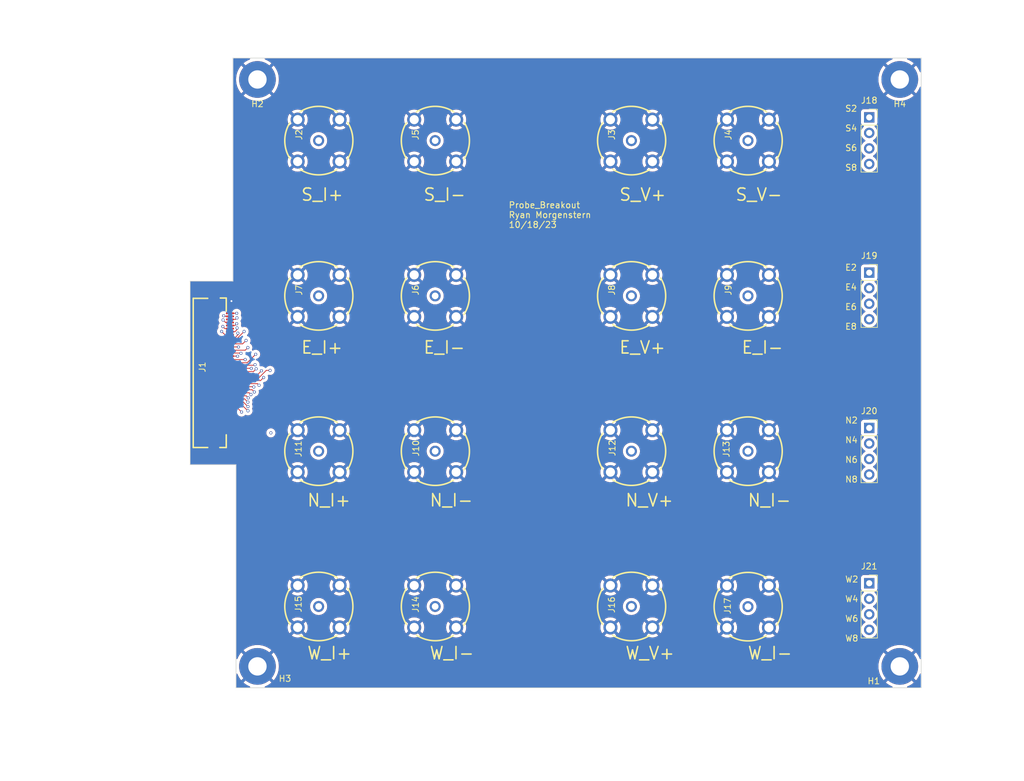
<source format=kicad_pcb>
(kicad_pcb (version 20221018) (generator pcbnew)
  (layers (0 "F.Cu" signal) (1 "In1.Cu" signal) (2 "In2.Cu" signal) (31 "B.Cu" signal) (34 "B.Paste" user) (35 "F.Paste" user) (36 "B.SilkS" user "B.Silkscreen") (37 "F.SilkS" user "F.Silkscreen") (38 "B.Mask" user) (39 "F.Mask" user) (44 "Edge.Cuts" user))
  (net 0 "")
  (net 1 "GND")
  (net 2 "/S_I+")
  (net 3 "/S_V+")
  (net 4 "/S_V-")
  (net 5 "/S_I-")
  (net 6 "/E_I+")
  (net 7 "/E_V+")
  (net 8 "/E_V-")
  (net 9 "/E_I-")
  (net 10 "/N_I+")
  (net 11 "/N_V+")
  (net 12 "/N_V-")
  (net 13 "/N_I-")
  (net 14 "/W_I+")
  (net 15 "/W_V+")
  (net 16 "/W_V-")
  (net 17 "/W_I-")
  (net 18 "/Solder_Point_Breakout/Sig_1")
  (net 19 "/Solder_Point_Breakout/Sig_2")
  (net 20 "/Solder_Point_Breakout/Sig_3")
  (net 21 "/Solder_Point_Breakout/Sig_4")
  (net 22 "/Solder_Point_Breakout1/Sig_1")
  (net 23 "/Solder_Point_Breakout1/Sig_2")
  (net 24 "/Solder_Point_Breakout1/Sig_3")
  (net 25 "/Solder_Point_Breakout1/Sig_4")
  (net 26 "/Solder_Point_Breakout2/Sig_1")
  (net 27 "/Solder_Point_Breakout2/Sig_2")
  (net 28 "/Solder_Point_Breakout2/Sig_3")
  (net 29 "/Solder_Point_Breakout2/Sig_4")
  (net 30 "/Solder_Point_Breakout3/Sig_1")
  (net 31 "/Solder_Point_Breakout3/Sig_2")
  (net 32 "/Solder_Point_Breakout3/Sig_3")
  (net 33 "/Solder_Point_Breakout3/Sig_4")
  (footprint "0_Breakout_footprint_lib:ANT-TH_DOSIN-801-0057" (layer "F.Cu") (at -15.95 76.2 90)
    (fp_text reference "J14" (at -1.1 -3.2 90) (layer "F.SilkS") (effects (justify left)))
    (fp_text value "Conn_Coaxial")
    (fp_arc (start -4.742 2.981) (mid -5.601013 -0.039676) (end -4.699293 -3.04788) (stroke (width 0.254)) (layer "F.SilkS"))
    (fp_arc (start -2.921 -4.699) (mid 0.000003 -5.532887) (end 2.921006 -4.698997) (stroke (width 0.254)) (layer "F.SilkS"))
    (fp_arc (start 2.957 4.757) (mid -0.053974 5.600891) (end -3.048125 4.699131) (stroke (width 0.254)) (layer "F.SilkS"))
    (fp_arc (start 4.699 -3.048) (mid 5.600974 -0.000004) (end 4.699004 3.047994) (stroke (width 0.254)) (layer "F.SilkS"))
    (pad "1" thru_hole circle (at 0 0 90) (size 1.8 1.8) (drill 1.1) (layers "*.Cu" "*.Mask") (net 17 "/W_I-"))
    (pad "2" thru_hole circle (at -3.429 -3.429 90) (size 2.3 2.3) (drill 1.5) (layers "*.Cu" "*.Mask") (net 1 "GND"))
    (pad "2" thru_hole circle (at -3.429 3.429 90) (size 2.3 2.3) (drill 1.5) (layers "*.Cu" "*.Mask") (net 1 "GND"))
    (pad "2" thru_hole circle (at 3.429 -3.429 90) (size 2.3 2.3) (drill 1.5) (layers "*.Cu" "*.Mask") (net 1 "GND"))
    (pad "2" thru_hole circle (at 3.429 3.429 90) (size 2.3 2.3) (drill 1.5) (layers "*.Cu" "*.Mask") (net 1 "GND"))
  )
  (footprint "0_Breakout_footprint_lib:ANT-TH_DOSIN-801-0057" (layer "F.Cu") (at 35.179 0 90)
    (fp_text reference "J4" (at 0 -3.207 90) (layer "F.SilkS") (effects (justify left)))
    (fp_text value "Conn_Coaxial")
    (fp_arc (start -4.742 2.981) (mid -5.601013 -0.039676) (end -4.699293 -3.04788) (stroke (width 0.254)) (layer "F.SilkS"))
    (fp_arc (start -2.921 -4.699) (mid 0.000003 -5.532887) (end 2.921006 -4.698997) (stroke (width 0.254)) (layer "F.SilkS"))
    (fp_arc (start 2.957 4.757) (mid -0.053974 5.600891) (end -3.048125 4.699131) (stroke (width 0.254)) (layer "F.SilkS"))
    (fp_arc (start 4.699 -3.048) (mid 5.600974 -0.000004) (end 4.699004 3.047994) (stroke (width 0.254)) (layer "F.SilkS"))
    (pad "1" thru_hole circle (at 0 0 90) (size 1.8 1.8) (drill 1.1) (layers "*.Cu" "*.Mask") (net 4 "/S_V-"))
    (pad "2" thru_hole circle (at -3.429 -3.429 90) (size 2.3 2.3) (drill 1.5) (layers "*.Cu" "*.Mask") (net 1 "GND"))
    (pad "2" thru_hole circle (at -3.429 3.429 90) (size 2.3 2.3) (drill 1.5) (layers "*.Cu" "*.Mask") (net 1 "GND"))
    (pad "2" thru_hole circle (at 3.429 -3.429 90) (size 2.3 2.3) (drill 1.5) (layers "*.Cu" "*.Mask") (net 1 "GND"))
    (pad "2" thru_hole circle (at 3.429 3.429 90) (size 2.3 2.3) (drill 1.5) (layers "*.Cu" "*.Mask") (net 1 "GND"))
  )
  (footprint "0_Breakout_footprint_lib:ANT-TH_DOSIN-801-0057" (layer "F.Cu") (at 35.179 76.23 90)
    (fp_text reference "J17" (at -1.32 -3.329 90) (layer "F.SilkS") (effects (justify left)))
    (fp_text value "Conn_Coaxial")
    (fp_arc (start -4.742 2.981) (mid -5.601013 -0.039676) (end -4.699293 -3.04788) (stroke (width 0.254)) (layer "F.SilkS"))
    (fp_arc (start -2.921 -4.699) (mid 0.000003 -5.532887) (end 2.921006 -4.698997) (stroke (width 0.254)) (layer "F.SilkS"))
    (fp_arc (start 2.957 4.757) (mid -0.053974 5.600891) (end -3.048125 4.699131) (stroke (width 0.254)) (layer "F.SilkS"))
    (fp_arc (start 4.699 -3.048) (mid 5.600974 -0.000004) (end 4.699004 3.047994) (stroke (width 0.254)) (layer "F.SilkS"))
    (pad "1" thru_hole circle (at 0 0 90) (size 1.8 1.8) (drill 1.1) (layers "*.Cu" "*.Mask") (net 16 "/W_V-"))
    (pad "2" thru_hole circle (at -3.429 -3.429 90) (size 2.3 2.3) (drill 1.5) (layers "*.Cu" "*.Mask") (net 1 "GND"))
    (pad "2" thru_hole circle (at -3.429 3.429 90) (size 2.3 2.3) (drill 1.5) (layers "*.Cu" "*.Mask") (net 1 "GND"))
    (pad "2" thru_hole circle (at 3.429 -3.429 90) (size 2.3 2.3) (drill 1.5) (layers "*.Cu" "*.Mask") (net 1 "GND"))
    (pad "2" thru_hole circle (at 3.429 3.429 90) (size 2.3 2.3) (drill 1.5) (layers "*.Cu" "*.Mask") (net 1 "GND"))
  )
  (footprint "0_Breakout_footprint_lib:FPC-SMD_P0.50-40P_FGS-XJ-H2.0" (layer "F.Cu") (at -50.8 38 90)
    (fp_text reference "J1" (at 0 -3.207 90) (layer "F.SilkS") (effects (justify left)))
    (fp_text value "Conn_01x40")
    (fp_line (start -12.2 -4.7) (end 12.2 -4.7) (stroke (width 0.254)) (layer "F.SilkS"))
    (fp_line (start -12.2 -2.331) (end -12.2 -4.7) (stroke (width 0.254)) (layer "F.SilkS"))
    (fp_line (start -12.2 0.7) (end -12.2 -0.35) (stroke (width 0.254)) (layer "F.SilkS"))
    (fp_line (start -10.126 0.7) (end -12.2 0.7) (stroke (width 0.254)) (layer "F.SilkS"))
    (fp_line (start 12.2 -4.7) (end 12.2 -2.331) (stroke (width 0.254)) (layer "F.SilkS"))
    (fp_line (start 12.25 -0.269) (end 12.25 0.7) (stroke (width 0.254)) (layer "F.SilkS"))
    (fp_line (start 12.25 0.7) (end 10.126 0.7) (stroke (width 0.254)) (layer "F.SilkS"))
    (pad "1" smd rect (at 9.75 1.3 270) (size 0.3 1.3) (layers "F.Cu" "F.Paste" "F.Mask") (net 2 "/S_I+"))
    (pad "2" smd rect (at 9.25 1.3 270) (size 0.3 1.3) (layers "F.Cu" "F.Paste" "F.Mask") (net 18 "/Solder_Point_Breakout/Sig_1"))
    (pad "3" smd rect (at 8.75 1.3 270) (size 0.3 1.3) (layers "F.Cu" "F.Paste" "F.Mask") (net 3 "/S_V+"))
    (pad "4" smd rect (at 8.25 1.3 270) (size 0.3 1.3) (layers "F.Cu" "F.Paste" "F.Mask") (net 19 "/Solder_Point_Breakout/Sig_2"))
    (pad "5" smd rect (at 7.75 1.3 270) (size 0.3 1.3) (layers "F.Cu" "F.Paste" "F.Mask") (net 4 "/S_V-"))
    (pad "6" smd rect (at 7.25 1.3 270) (size 0.3 1.3) (layers "F.Cu" "F.Paste" "F.Mask") (net 20 "/Solder_Point_Breakout/Sig_3"))
    (pad "7" smd rect (at 6.75 1.3 270) (size 0.3 1.3) (layers "F.Cu" "F.Paste" "F.Mask") (net 5 "/S_I-"))
    (pad "8" smd rect (at 6.25 1.3 270) (size 0.3 1.3) (layers "F.Cu" "F.Paste" "F.Mask") (net 21 "/Solder_Point_Breakout/Sig_4"))
    (pad "9" smd rect (at 5.75 1.3 270) (size 0.3 1.3) (layers "F.Cu" "F.Paste" "F.Mask") (net 6 "/E_I+"))
    (pad "10" smd rect (at 5.25 1.3 270) (size 0.3 1.3) (layers "F.Cu" "F.Paste" "F.Mask") (net 22 "/Solder_Point_Breakout1/Sig_1"))
    (pad "11" smd rect (at 4.75 1.3 270) (size 0.3 1.3) (layers "F.Cu" "F.Paste" "F.Mask") (net 7 "/E_V+"))
    (pad "12" smd rect (at 4.25 1.3 270) (size 0.3 1.3) (layers "F.Cu" "F.Paste" "F.Mask") (net 23 "/Solder_Point_Breakout1/Sig_2"))
    (pad "13" smd rect (at 3.75 1.3 270) (size 0.3 1.3) (layers "F.Cu" "F.Paste" "F.Mask") (net 8 "/E_V-"))
    (pad "14" smd rect (at 3.25 1.3 270) (size 0.3 1.3) (layers "F.Cu" "F.Paste" "F.Mask") (net 24 "/Solder_Point_Breakout1/Sig_3"))
    (pad "15" smd rect (at 2.75 1.3 270) (size 0.3 1.3) (layers "F.Cu" "F.Paste" "F.Mask") (net 9 "/E_I-"))
    (pad "16" smd rect (at 2.25 1.3 270) (size 0.3 1.3) (layers "F.Cu" "F.Paste" "F.Mask") (net 25 "/Solder_Point_Breakout1/Sig_4"))
    (pad "17" smd rect (at 1.75 1.3 270) (size 0.3 1.3) (layers "F.Cu" "F.Paste" "F.Mask") (net 10 "/N_I+"))
    (pad "18" smd rect (at 1.25 1.3 270) (size 0.3 1.3) (layers "F.Cu" "F.Paste" "F.Mask") (net 26 "/Solder_Point_Breakout2/Sig_1"))
    (pad "19" smd rect (at 0.75 1.3 270) (size 0.3 1.3) (layers "F.Cu" "F.Paste" "F.Mask") (net 11 "/N_V+"))
    (pad "20" smd rect (at 0.25 1.3 270) (size 0.3 1.3) (layers "F.Cu" "F.Paste" "F.Mask") (net 27 "/Solder_Point_Breakout2/Sig_2"))
    (pad "21" smd rect (at -0.25 1.3 270) (size 0.3 1.3) (layers "F.Cu" "F.Paste" "F.Mask") (net 12 "/N_V-"))
    (pad "22" smd rect (at -0.75 1.3 270) (size 0.3 1.3) (layers "F.Cu" "F.Paste" "F.Mask") (net 28 "/Solder_Point_Breakout2/Sig_3"))
    (pad "23" smd rect (at -1.25 1.3 270) (size 0.3 1.3) (layers "F.Cu" "F.Paste" "F.Mask") (net 13 "/N_I-"))
    (pad "24" smd rect (at -1.75 1.3 270) (size 0.3 1.3) (layers "F.Cu" "F.Paste" "F.Mask") (net 29 "/Solder_Point_Breakout2/Sig_4"))
    (pad "25" smd rect (at -2.25 1.3 270) (size 0.3 1.3) (layers "F.Cu" "F.Paste" "F.Mask") (net 14 "/W_I+"))
    (pad "26" smd rect (at -2.75 1.3 270) (size 0.3 1.3) (layers "F.Cu" "F.Paste" "F.Mask") (net 30 "/Solder_Point_Breakout3/Sig_1"))
    (pad "27" smd rect (at -3.25 1.3 270) (size 0.3 1.3) (layers "F.Cu" "F.Paste" "F.Mask") (net 15 "/W_V+"))
    (pad "28" smd rect (at -3.75 1.3 270) (size 0.3 1.3) (layers "F.Cu" "F.Paste" "F.Mask") (net 31 "/Solder_Point_Breakout3/Sig_2"))
    (pad "29" smd rect (at -4.25 1.3 270) (size 0.3 1.3) (layers "F.Cu" "F.Paste" "F.Mask") (net 16 "/W_V-"))
    (pad "30" smd rect (at -4.75 1.3 270) (size 0.3 1.3) (layers "F.Cu" "F.Paste" "F.Mask") (net 32 "/Solder_Point_Breakout3/Sig_3"))
    (pad "31" smd rect (at -5.25 1.3 270) (size 0.3 1.3) (layers "F.Cu" "F.Paste" "F.Mask") (net 17 "/W_I-"))
    (pad "32" smd rect (at -5.75 1.3 270) (size 0.3 1.3) (layers "F.Cu" "F.Paste" "F.Mask") (net 33 "/Solder_Point_Breakout3/Sig_4"))
    (pad "33" smd rect (at -6.25 1.3 270) (size 0.3 1.3) (layers "F.Cu" "F.Paste" "F.Mask") (net 1 "GND"))
    (pad "34" smd rect (at -6.75 1.3 270) (size 0.3 1.3) (layers "F.Cu" "F.Paste" "F.Mask") (net 1 "GND"))
    (pad "35" smd rect (at -7.25 1.3 270) (size 0.3 1.3) (layers "F.Cu" "F.Paste" "F.Mask") (net 1 "GND"))
    (pad "36" smd rect (at -7.75 1.3 270) (size 0.3 1.3) (layers "F.Cu" "F.Paste" "F.Mask") (net 1 "GND"))
    (pad "37" smd rect (at -8.25 1.3 270) (size 0.3 1.3) (layers "F.Cu" "F.Paste" "F.Mask") (net 1 "GND"))
    (pad "38" smd rect (at -8.75 1.3 270) (size 0.3 1.3) (layers "F.Cu" "F.Paste" "F.Mask") (net 1 "GND"))
    (pad "39" smd rect (at -9.25 1.3 270) (size 0.3 1.3) (layers "F.Cu" "F.Paste" "F.Mask") (net 1 "GND"))
    (pad "40" smd rect (at -9.75 1.3 270) (size 0.3 1.3) (layers "F.Cu" "F.Paste" "F.Mask") (net 1 "GND"))
    (pad "41" smd rect (at -11.45 -1.3 180) (size 1.6 2) (layers "F.Cu" "F.Paste" "F.Mask") (net 1 "GND"))
    (pad "42" smd rect (at 11.45 -1.3 180) (size 1.6 2) (layers "F.Cu" "F.Paste" "F.Mask") (net 1 "GND"))
  )
  (footprint "0_Breakout_footprint_lib:ANT-TH_DOSIN-801-0057" (layer "F.Cu") (at -15.95 50.8 90)
    (fp_text reference "J10" (at -0.95 -3.15 90) (layer "F.SilkS") (effects (justify left)))
    (fp_text value "Conn_Coaxial")
    (fp_arc (start -4.742 2.981) (mid -5.601013 -0.039676) (end -4.699293 -3.04788) (stroke (width 0.254)) (layer "F.SilkS"))
    (fp_arc (start -2.921 -4.699) (mid 0.000003 -5.532887) (end 2.921006 -4.698997) (stroke (width 0.254)) (layer "F.SilkS"))
    (fp_arc (start 2.957 4.757) (mid -0.053974 5.600891) (end -3.048125 4.699131) (stroke (width 0.254)) (layer "F.SilkS"))
    (fp_arc (start 4.699 -3.048) (mid 5.600974 -0.000004) (end 4.699004 3.047994) (stroke (width 0.254)) (layer "F.SilkS"))
    (pad "1" thru_hole circle (at 0 0 90) (size 1.8 1.8) (drill 1.1) (layers "*.Cu" "*.Mask") (net 13 "/N_I-"))
    (pad "2" thru_hole circle (at -3.429 -3.429 90) (size 2.3 2.3) (drill 1.5) (layers "*.Cu" "*.Mask") (net 1 "GND"))
    (pad "2" thru_hole circle (at -3.429 3.429 90) (size 2.3 2.3) (drill 1.5) (layers "*.Cu" "*.Mask") (net 1 "GND"))
    (pad "2" thru_hole circle (at 3.429 -3.429 90) (size 2.3 2.3) (drill 1.5) (layers "*.Cu" "*.Mask") (net 1 "GND"))
    (pad "2" thru_hole circle (at 3.429 3.429 90) (size 2.3 2.3) (drill 1.5) (layers "*.Cu" "*.Mask") (net 1 "GND"))
  )
  (footprint "0_Breakout_footprint_lib:ANT-TH_DOSIN-801-0057" (layer "F.Cu") (at -15.95 25.4 90)
    (fp_text reference "J6" (at 0 -3.207 90) (layer "F.SilkS") (effects (justify left)))
    (fp_text value "Conn_Coaxial")
    (fp_arc (start -4.742 2.981) (mid -5.601013 -0.039676) (end -4.699293 -3.04788) (stroke (width 0.254)) (layer "F.SilkS"))
    (fp_arc (start -2.921 -4.699) (mid 0.000003 -5.532887) (end 2.921006 -4.698997) (stroke (width 0.254)) (layer "F.SilkS"))
    (fp_arc (start 2.957 4.757) (mid -0.053974 5.600891) (end -3.048125 4.699131) (stroke (width 0.254)) (layer "F.SilkS"))
    (fp_arc (start 4.699 -3.048) (mid 5.600974 -0.000004) (end 4.699004 3.047994) (stroke (width 0.254)) (layer "F.SilkS"))
    (pad "1" thru_hole circle (at 0 0 90) (size 1.8 1.8) (drill 1.1) (layers "*.Cu" "*.Mask") (net 9 "/E_I-"))
    (pad "2" thru_hole circle (at -3.429 -3.429 90) (size 2.3 2.3) (drill 1.5) (layers "*.Cu" "*.Mask") (net 1 "GND"))
    (pad "2" thru_hole circle (at -3.429 3.429 90) (size 2.3 2.3) (drill 1.5) (layers "*.Cu" "*.Mask") (net 1 "GND"))
    (pad "2" thru_hole circle (at 3.429 -3.429 90) (size 2.3 2.3) (drill 1.5) (layers "*.Cu" "*.Mask") (net 1 "GND"))
    (pad "2" thru_hole circle (at 3.429 3.429 90) (size 2.3 2.3) (drill 1.5) (layers "*.Cu" "*.Mask") (net 1 "GND"))
  )
  (footprint "MountingHole:MountingHole_3mm_Pad" (layer "F.Cu") (at 60 -10 180)
    (fp_text reference "H4" (at 0 -4 180) (layer "F.SilkS"))
    (fp_text value "MountingHole_Pad")
    (pad "1" thru_hole circle (at 0 0 180) (size 6 6) (drill 3) (layers "*.Cu" "*.Mask") (net 1 "GND"))
  )
  (footprint "Connector_PinSocket_2.54mm:PinSocket_1x04_P2.54mm_Vertical" (layer "F.Cu") (at 55 72.4)
    (fp_text reference "J21" (at 0 -2.77) (layer "F.SilkS"))
    (fp_text value "Conn_01x04_Socket")
    (fp_line (start -1.33 1.27) (end -1.33 8.95) (stroke (width 0.12)) (layer "F.SilkS"))
    (fp_line (start -1.33 1.27) (end 1.33 1.27) (stroke (width 0.12)) (layer "F.SilkS"))
    (fp_line (start -1.33 8.95) (end 1.33 8.95) (stroke (width 0.12)) (layer "F.SilkS"))
    (fp_line (start 0 -1.33) (end 1.33 -1.33) (stroke (width 0.12)) (layer "F.SilkS"))
    (fp_line (start 1.33 -1.33) (end 1.33 0) (stroke (width 0.12)) (layer "F.SilkS"))
    (fp_line (start 1.33 1.27) (end 1.33 8.95) (stroke (width 0.12)) (layer "F.SilkS"))
    (pad "1" thru_hole rect (at 0 0) (size 1.7 1.7) (drill 1) (layers "*.Cu" "*.Mask") (net 30 "/Solder_Point_Breakout3/Sig_1"))
    (pad "2" thru_hole oval (at 0 2.54) (size 1.7 1.7) (drill 1) (layers "*.Cu" "*.Mask") (net 31 "/Solder_Point_Breakout3/Sig_2"))
    (pad "3" thru_hole oval (at 0 5.08) (size 1.7 1.7) (drill 1) (layers "*.Cu" "*.Mask") (net 32 "/Solder_Point_Breakout3/Sig_3"))
    (pad "4" thru_hole oval (at 0 7.62) (size 1.7 1.7) (drill 1) (layers "*.Cu" "*.Mask") (net 33 "/Solder_Point_Breakout3/Sig_4"))
  )
  (footprint "0_Breakout_footprint_lib:ANT-TH_DOSIN-801-0057" (layer "F.Cu") (at 16.129 0 90)
    (fp_text reference "J3" (at 0 -3.207 90) (layer "F.SilkS") (effects (justify left)))
    (fp_text value "Conn_Coaxial")
    (fp_arc (start -4.742 2.981) (mid -5.601013 -0.039676) (end -4.699293 -3.04788) (stroke (width 0.254)) (layer "F.SilkS"))
    (fp_arc (start -2.921 -4.699) (mid 0.000003 -5.532887) (end 2.921006 -4.698997) (stroke (width 0.254)) (layer "F.SilkS"))
    (fp_arc (start 2.957 4.757) (mid -0.053974 5.600891) (end -3.048125 4.699131) (stroke (width 0.254)) (layer "F.SilkS"))
    (fp_arc (start 4.699 -3.048) (mid 5.600974 -0.000004) (end 4.699004 3.047994) (stroke (width 0.254)) (layer "F.SilkS"))
    (pad "1" thru_hole circle (at 0 0 90) (size 1.8 1.8) (drill 1.1) (layers "*.Cu" "*.Mask") (net 3 "/S_V+"))
    (pad "2" thru_hole circle (at -3.429 -3.429 90) (size 2.3 2.3) (drill 1.5) (layers "*.Cu" "*.Mask") (net 1 "GND"))
    (pad "2" thru_hole circle (at -3.429 3.429 90) (size 2.3 2.3) (drill 1.5) (layers "*.Cu" "*.Mask") (net 1 "GND"))
    (pad "2" thru_hole circle (at 3.429 -3.429 90) (size 2.3 2.3) (drill 1.5) (layers "*.Cu" "*.Mask") (net 1 "GND"))
    (pad "2" thru_hole circle (at 3.429 3.429 90) (size 2.3 2.3) (drill 1.5) (layers "*.Cu" "*.Mask") (net 1 "GND"))
  )
  (footprint "0_Breakout_footprint_lib:ANT-TH_DOSIN-801-0057" (layer "F.Cu") (at -35 50.8 90)
    (fp_text reference "J11" (at -1.05 -3.3 90) (layer "F.SilkS") (effects (justify left)))
    (fp_text value "Conn_Coaxial")
    (fp_arc (start -4.742 2.981) (mid -5.601013 -0.039676) (end -4.699293 -3.04788) (stroke (width 0.254)) (layer "F.SilkS"))
    (fp_arc (start -2.921 -4.699) (mid 0.000003 -5.532887) (end 2.921006 -4.698997) (stroke (width 0.254)) (layer "F.SilkS"))
    (fp_arc (start 2.957 4.757) (mid -0.053974 5.600891) (end -3.048125 4.699131) (stroke (width 0.254)) (layer "F.SilkS"))
    (fp_arc (start 4.699 -3.048) (mid 5.600974 -0.000004) (end 4.699004 3.047994) (stroke (width 0.254)) (layer "F.SilkS"))
    (pad "1" thru_hole circle (at 0 0 90) (size 1.8 1.8) (drill 1.1) (layers "*.Cu" "*.Mask") (net 10 "/N_I+"))
    (pad "2" thru_hole circle (at -3.429 -3.429 90) (size 2.3 2.3) (drill 1.5) (layers "*.Cu" "*.Mask") (net 1 "GND"))
    (pad "2" thru_hole circle (at -3.429 3.429 90) (size 2.3 2.3) (drill 1.5) (layers "*.Cu" "*.Mask") (net 1 "GND"))
    (pad "2" thru_hole circle (at 3.429 -3.429 90) (size 2.3 2.3) (drill 1.5) (layers "*.Cu" "*.Mask") (net 1 "GND"))
    (pad "2" thru_hole circle (at 3.429 3.429 90) (size 2.3 2.3) (drill 1.5) (layers "*.Cu" "*.Mask") (net 1 "GND"))
  )
  (footprint "Connector_PinSocket_2.54mm:PinSocket_1x04_P2.54mm_Vertical" (layer "F.Cu") (at 55 21.6)
    (fp_text reference "J19" (at 0 -2.77) (layer "F.SilkS"))
    (fp_text value "Conn_01x04_Socket")
    (fp_line (start -1.33 1.27) (end -1.33 8.95) (stroke (width 0.12)) (layer "F.SilkS"))
    (fp_line (start -1.33 1.27) (end 1.33 1.27) (stroke (width 0.12)) (layer "F.SilkS"))
    (fp_line (start -1.33 8.95) (end 1.33 8.95) (stroke (width 0.12)) (layer "F.SilkS"))
    (fp_line (start 0 -1.33) (end 1.33 -1.33) (stroke (width 0.12)) (layer "F.SilkS"))
    (fp_line (start 1.33 -1.33) (end 1.33 0) (stroke (width 0.12)) (layer "F.SilkS"))
    (fp_line (start 1.33 1.27) (end 1.33 8.95) (stroke (width 0.12)) (layer "F.SilkS"))
    (pad "1" thru_hole rect (at 0 0) (size 1.7 1.7) (drill 1) (layers "*.Cu" "*.Mask") (net 22 "/Solder_Point_Breakout1/Sig_1"))
    (pad "2" thru_hole oval (at 0 2.54) (size 1.7 1.7) (drill 1) (layers "*.Cu" "*.Mask") (net 23 "/Solder_Point_Breakout1/Sig_2"))
    (pad "3" thru_hole oval (at 0 5.08) (size 1.7 1.7) (drill 1) (layers "*.Cu" "*.Mask") (net 24 "/Solder_Point_Breakout1/Sig_3"))
    (pad "4" thru_hole oval (at 0 7.62) (size 1.7 1.7) (drill 1) (layers "*.Cu" "*.Mask") (net 25 "/Solder_Point_Breakout1/Sig_4"))
  )
  (footprint "Connector_PinSocket_2.54mm:PinSocket_1x04_P2.54mm_Vertical" (layer "F.Cu") (at 55 47)
    (fp_text reference "J20" (at 0 -2.77) (layer "F.SilkS"))
    (fp_text value "Conn_01x04_Socket")
    (fp_line (start -1.33 1.27) (end -1.33 8.95) (stroke (width 0.12)) (layer "F.SilkS"))
    (fp_line (start -1.33 1.27) (end 1.33 1.27) (stroke (width 0.12)) (layer "F.SilkS"))
    (fp_line (start -1.33 8.95) (end 1.33 8.95) (stroke (width 0.12)) (layer "F.SilkS"))
    (fp_line (start 0 -1.33) (end 1.33 -1.33) (stroke (width 0.12)) (layer "F.SilkS"))
    (fp_line (start 1.33 -1.33) (end 1.33 0) (stroke (width 0.12)) (layer "F.SilkS"))
    (fp_line (start 1.33 1.27) (end 1.33 8.95) (stroke (width 0.12)) (layer "F.SilkS"))
    (pad "1" thru_hole rect (at 0 0) (size 1.7 1.7) (drill 1) (layers "*.Cu" "*.Mask") (net 26 "/Solder_Point_Breakout2/Sig_1"))
    (pad "2" thru_hole oval (at 0 2.54) (size 1.7 1.7) (drill 1) (layers "*.Cu" "*.Mask") (net 27 "/Solder_Point_Breakout2/Sig_2"))
    (pad "3" thru_hole oval (at 0 5.08) (size 1.7 1.7) (drill 1) (layers "*.Cu" "*.Mask") (net 28 "/Solder_Point_Breakout2/Sig_3"))
    (pad "4" thru_hole oval (at 0 7.62) (size 1.7 1.7) (drill 1) (layers "*.Cu" "*.Mask") (net 29 "/Solder_Point_Breakout2/Sig_4"))
  )
  (footprint "0_Breakout_footprint_lib:ANT-TH_DOSIN-801-0057" (layer "F.Cu") (at -35 25.4 90)
    (fp_text reference "J7" (at 0 -3.207 90) (layer "F.SilkS") (effects (justify left)))
    (fp_text value "Conn_Coaxial")
    (fp_arc (start -4.742 2.981) (mid -5.601013 -0.039676) (end -4.699293 -3.04788) (stroke (width 0.254)) (layer "F.SilkS"))
    (fp_arc (start -2.921 -4.699) (mid 0.000003 -5.532887) (end 2.921006 -4.698997) (stroke (width 0.254)) (layer "F.SilkS"))
    (fp_arc (start 2.957 4.757) (mid -0.053974 5.600891) (end -3.048125 4.699131) (stroke (width 0.254)) (layer "F.SilkS"))
    (fp_arc (start 4.699 -3.048) (mid 5.600974 -0.000004) (end 4.699004 3.047994) (stroke (width 0.254)) (layer "F.SilkS"))
    (pad "1" thru_hole circle (at 0 0 90) (size 1.8 1.8) (drill 1.1) (layers "*.Cu" "*.Mask") (net 6 "/E_I+"))
    (pad "2" thru_hole circle (at -3.429 -3.429 90) (size 2.3 2.3) (drill 1.5) (layers "*.Cu" "*.Mask") (net 1 "GND"))
    (pad "2" thru_hole circle (at -3.429 3.429 90) (size 2.3 2.3) (drill 1.5) (layers "*.Cu" "*.Mask") (net 1 "GND"))
    (pad "2" thru_hole circle (at 3.429 -3.429 90) (size 2.3 2.3) (drill 1.5) (layers "*.Cu" "*.Mask") (net 1 "GND"))
    (pad "2" thru_hole circle (at 3.429 3.429 90) (size 2.3 2.3) (drill 1.5) (layers "*.Cu" "*.Mask") (net 1 "GND"))
  )
  (footprint "MountingHole:MountingHole_3mm_Pad" (layer "F.Cu") (at 60 86 180)
    (fp_text reference "H1" (at 4.25 -2.4 180) (layer "F.SilkS"))
    (fp_text value "MountingHole_Pad")
    (pad "1" thru_hole circle (at 0 0 180) (size 6 6) (drill 3) (layers "*.Cu" "*.Mask") (net 1 "GND"))
  )
  (footprint "Connector_PinSocket_2.54mm:PinSocket_1x04_P2.54mm_Vertical" (layer "F.Cu") (at 55 -3.8)
    (fp_text reference "J18" (at 0 -2.77) (layer "F.SilkS"))
    (fp_text value "Conn_01x04_Socket")
    (fp_line (start -1.33 1.27) (end -1.33 8.95) (stroke (width 0.12)) (layer "F.SilkS"))
    (fp_line (start -1.33 1.27) (end 1.33 1.27) (stroke (width 0.12)) (layer "F.SilkS"))
    (fp_line (start -1.33 8.95) (end 1.33 8.95) (stroke (width 0.12)) (layer "F.SilkS"))
    (fp_line (start 0 -1.33) (end 1.33 -1.33) (stroke (width 0.12)) (layer "F.SilkS"))
    (fp_line (start 1.33 -1.33) (end 1.33 0) (stroke (width 0.12)) (layer "F.SilkS"))
    (fp_line (start 1.33 1.27) (end 1.33 8.95) (stroke (width 0.12)) (layer "F.SilkS"))
    (pad "1" thru_hole rect (at 0 0) (size 1.7 1.7) (drill 1) (layers "*.Cu" "*.Mask") (net 18 "/Solder_Point_Breakout/Sig_1"))
    (pad "2" thru_hole oval (at 0 2.54) (size 1.7 1.7) (drill 1) (layers "*.Cu" "*.Mask") (net 19 "/Solder_Point_Breakout/Sig_2"))
    (pad "3" thru_hole oval (at 0 5.08) (size 1.7 1.7) (drill 1) (layers "*.Cu" "*.Mask") (net 20 "/Solder_Point_Breakout/Sig_3"))
    (pad "4" thru_hole oval (at 0 7.62) (size 1.7 1.7) (drill 1) (layers "*.Cu" "*.Mask") (net 21 "/Solder_Point_Breakout/Sig_4"))
  )
  (footprint "0_Breakout_footprint_lib:ANT-TH_DOSIN-801-0057" (layer "F.Cu") (at -35 76.2 90)
    (fp_text reference "J15" (at -1.05 -3.3 90) (layer "F.SilkS") (effects (justify left)))
    (fp_text value "Conn_Coaxial")
    (fp_arc (start -4.742 2.981) (mid -5.601013 -0.039676) (end -4.699293 -3.04788) (stroke (width 0.254)) (layer "F.SilkS"))
    (fp_arc (start -2.921 -4.699) (mid 0.000003 -5.532887) (end 2.921006 -4.698997) (stroke (width 0.254)) (layer "F.SilkS"))
    (fp_arc (start 2.957 4.757) (mid -0.053974 5.600891) (end -3.048125 4.699131) (stroke (width 0.254)) (layer "F.SilkS"))
    (fp_arc (start 4.699 -3.048) (mid 5.600974 -0.000004) (end 4.699004 3.047994) (stroke (width 0.254)) (layer "F.SilkS"))
    (pad "1" thru_hole circle (at 0 0 90) (size 1.8 1.8) (drill 1.1) (layers "*.Cu" "*.Mask") (net 14 "/W_I+"))
    (pad "2" thru_hole circle (at -3.429 -3.429 90) (size 2.3 2.3) (drill 1.5) (layers "*.Cu" "*.Mask") (net 1 "GND"))
    (pad "2" thru_hole circle (at -3.429 3.429 90) (size 2.3 2.3) (drill 1.5) (layers "*.Cu" "*.Mask") (net 1 "GND"))
    (pad "2" thru_hole circle (at 3.429 -3.429 90) (size 2.3 2.3) (drill 1.5) (layers "*.Cu" "*.Mask") (net 1 "GND"))
    (pad "2" thru_hole circle (at 3.429 3.429 90) (size 2.3 2.3) (drill 1.5) (layers "*.Cu" "*.Mask") (net 1 "GND"))
  )
  (footprint "0_Breakout_footprint_lib:ANT-TH_DOSIN-801-0057" (layer "F.Cu") (at -15.95 0 90)
    (fp_text reference "J5" (at 0 -3.207 90) (layer "F.SilkS") (effects (justify left)))
    (fp_text value "Conn_Coaxial")
    (fp_arc (start -4.742 2.981) (mid -5.601013 -0.039676) (end -4.699293 -3.04788) (stroke (width 0.254)) (layer "F.SilkS"))
    (fp_arc (start -2.921 -4.699) (mid 0.000003 -5.532887) (end 2.921006 -4.698997) (stroke (width 0.254)) (layer "F.SilkS"))
    (fp_arc (start 2.957 4.757) (mid -0.053974 5.600891) (end -3.048125 4.699131) (stroke (width 0.254)) (layer "F.SilkS"))
    (fp_arc (start 4.699 -3.048) (mid 5.600974 -0.000004) (end 4.699004 3.047994) (stroke (width 0.254)) (layer "F.SilkS"))
    (pad "1" thru_hole circle (at 0 0 90) (size 1.8 1.8) (drill 1.1) (layers "*.Cu" "*.Mask") (net 5 "/S_I-"))
    (pad "2" thru_hole circle (at -3.429 -3.429 90) (size 2.3 2.3) (drill 1.5) (layers "*.Cu" "*.Mask") (net 1 "GND"))
    (pad "2" thru_hole circle (at -3.429 3.429 90) (size 2.3 2.3) (drill 1.5) (layers "*.Cu" "*.Mask") (net 1 "GND"))
    (pad "2" thru_hole circle (at 3.429 -3.429 90) (size 2.3 2.3) (drill 1.5) (layers "*.Cu" "*.Mask") (net 1 "GND"))
    (pad "2" thru_hole circle (at 3.429 3.429 90) (size 2.3 2.3) (drill 1.5) (layers "*.Cu" "*.Mask") (net 1 "GND"))
  )
  (footprint "0_Breakout_footprint_lib:ANT-TH_DOSIN-801-0057" (layer "F.Cu") (at -35 0 90)
    (fp_text reference "J2" (at 0 -3.207 90) (layer "F.SilkS") (effects (justify left)))
    (fp_text value "Conn_Coaxial")
    (fp_arc (start -4.742 2.981) (mid -5.601013 -0.039676) (end -4.699293 -3.04788) (stroke (width 0.254)) (layer "F.SilkS"))
    (fp_arc (start -2.921 -4.699) (mid 0.000003 -5.532887) (end 2.921006 -4.698997) (stroke (width 0.254)) (layer "F.SilkS"))
    (fp_arc (start 2.957 4.757) (mid -0.053974 5.600891) (end -3.048125 4.699131) (stroke (width 0.254)) (layer "F.SilkS"))
    (fp_arc (start 4.699 -3.048) (mid 5.600974 -0.000004) (end 4.699004 3.047994) (stroke (width 0.254)) (layer "F.SilkS"))
    (pad "1" thru_hole circle (at 0 0 90) (size 1.8 1.8) (drill 1.1) (layers "*.Cu" "*.Mask") (net 2 "/S_I+"))
    (pad "2" thru_hole circle (at -3.429 -3.429 90) (size 2.3 2.3) (drill 1.5) (layers "*.Cu" "*.Mask") (net 1 "GND"))
    (pad "2" thru_hole circle (at -3.429 3.429 90) (size 2.3 2.3) (drill 1.5) (layers "*.Cu" "*.Mask") (net 1 "GND"))
    (pad "2" thru_hole circle (at 3.429 -3.429 90) (size 2.3 2.3) (drill 1.5) (layers "*.Cu" "*.Mask") (net 1 "GND"))
    (pad "2" thru_hole circle (at 3.429 3.429 90) (size 2.3 2.3) (drill 1.5) (layers "*.Cu" "*.Mask") (net 1 "GND"))
  )
  (footprint "MountingHole:MountingHole_3mm_Pad" (layer "F.Cu") (at -45 86 180)
    (fp_text reference "H3" (at -4.5 -2 180) (layer "F.SilkS"))
    (fp_text value "MountingHole_Pad")
    (pad "1" thru_hole circle (at 0 0 180) (size 6 6) (drill 3) (layers "*.Cu" "*.Mask") (net 1 "GND"))
  )
  (footprint "0_Breakout_footprint_lib:ANT-TH_DOSIN-801-0057" (layer "F.Cu") (at 16.129 50.8 90)
    (fp_text reference "J12" (at -0.9 -3.129 90) (layer "F.SilkS") (effects (justify left)))
    (fp_text value "Conn_Coaxial")
    (fp_arc (start -4.742 2.981) (mid -5.601013 -0.039676) (end -4.699293 -3.04788) (stroke (width 0.254)) (layer "F.SilkS"))
    (fp_arc (start -2.921 -4.699) (mid 0.000003 -5.532887) (end 2.921006 -4.698997) (stroke (width 0.254)) (layer "F.SilkS"))
    (fp_arc (start 2.957 4.757) (mid -0.053974 5.600891) (end -3.048125 4.699131) (stroke (width 0.254)) (layer "F.SilkS"))
    (fp_arc (start 4.699 -3.048) (mid 5.600974 -0.000004) (end 4.699004 3.047994) (stroke (width 0.254)) (layer "F.SilkS"))
    (pad "1" thru_hole circle (at 0 0 90) (size 1.8 1.8) (drill 1.1) (layers "*.Cu" "*.Mask") (net 11 "/N_V+"))
    (pad "2" thru_hole circle (at -3.429 -3.429 90) (size 2.3 2.3) (drill 1.5) (layers "*.Cu" "*.Mask") (net 1 "GND"))
    (pad "2" thru_hole circle (at -3.429 3.429 90) (size 2.3 2.3) (drill 1.5) (layers "*.Cu" "*.Mask") (net 1 "GND"))
    (pad "2" thru_hole circle (at 3.429 -3.429 90) (size 2.3 2.3) (drill 1.5) (layers "*.Cu" "*.Mask") (net 1 "GND"))
    (pad "2" thru_hole circle (at 3.429 3.429 90) (size 2.3 2.3) (drill 1.5) (layers "*.Cu" "*.Mask") (net 1 "GND"))
  )
  (footprint "0_Breakout_footprint_lib:ANT-TH_DOSIN-801-0057" (layer "F.Cu") (at 16.129 25.4 90)
    (fp_text reference "J8" (at 0 -3.207 90) (layer "F.SilkS") (effects (justify left)))
    (fp_text value "Conn_Coaxial")
    (fp_arc (start -4.742 2.981) (mid -5.601013 -0.039676) (end -4.699293 -3.04788) (stroke (width 0.254)) (layer "F.SilkS"))
    (fp_arc (start -2.921 -4.699) (mid 0.000003 -5.532887) (end 2.921006 -4.698997) (stroke (width 0.254)) (layer "F.SilkS"))
    (fp_arc (start 2.957 4.757) (mid -0.053974 5.600891) (end -3.048125 4.699131) (stroke (width 0.254)) (layer "F.SilkS"))
    (fp_arc (start 4.699 -3.048) (mid 5.600974 -0.000004) (end 4.699004 3.047994) (stroke (width 0.254)) (layer "F.SilkS"))
    (pad "1" thru_hole circle (at 0 0 90) (size 1.8 1.8) (drill 1.1) (layers "*.Cu" "*.Mask") (net 7 "/E_V+"))
    (pad "2" thru_hole circle (at -3.429 -3.429 90) (size 2.3 2.3) (drill 1.5) (layers "*.Cu" "*.Mask") (net 1 "GND"))
    (pad "2" thru_hole circle (at -3.429 3.429 90) (size 2.3 2.3) (drill 1.5) (layers "*.Cu" "*.Mask") (net 1 "GND"))
    (pad "2" thru_hole circle (at 3.429 -3.429 90) (size 2.3 2.3) (drill 1.5) (layers "*.Cu" "*.Mask") (net 1 "GND"))
    (pad "2" thru_hole circle (at 3.429 3.429 90) (size 2.3 2.3) (drill 1.5) (layers "*.Cu" "*.Mask") (net 1 "GND"))
  )
  (footprint "0_Breakout_footprint_lib:ANT-TH_DOSIN-801-0057" (layer "F.Cu") (at 35.179 25.4 90)
    (fp_text reference "J9" (at 0 -3.207 90) (layer "F.SilkS") (effects (justify left)))
    (fp_text value "Conn_Coaxial")
    (fp_arc (start -4.742 2.981) (mid -5.601013 -0.039676) (end -4.699293 -3.04788) (stroke (width 0.254)) (layer "F.SilkS"))
    (fp_arc (start -2.921 -4.699) (mid 0.000003 -5.532887) (end 2.921006 -4.698997) (stroke (width 0.254)) (layer "F.SilkS"))
    (fp_arc (start 2.957 4.757) (mid -0.053974 5.600891) (end -3.048125 4.699131) (stroke (width 0.254)) (layer "F.SilkS"))
    (fp_arc (start 4.699 -3.048) (mid 5.600974 -0.000004) (end 4.699004 3.047994) (stroke (width 0.254)) (layer "F.SilkS"))
    (pad "1" thru_hole circle (at 0 0 90) (size 1.8 1.8) (drill 1.1) (layers "*.Cu" "*.Mask") (net 8 "/E_V-"))
    (pad "2" thru_hole circle (at -3.429 -3.429 90) (size 2.3 2.3) (drill 1.5) (layers "*.Cu" "*.Mask") (net 1 "GND"))
    (pad "2" thru_hole circle (at -3.429 3.429 90) (size 2.3 2.3) (drill 1.5) (layers "*.Cu" "*.Mask") (net 1 "GND"))
    (pad "2" thru_hole circle (at 3.429 -3.429 90) (size 2.3 2.3) (drill 1.5) (layers "*.Cu" "*.Mask") (net 1 "GND"))
    (pad "2" thru_hole circle (at 3.429 3.429 90) (size 2.3 2.3) (drill 1.5) (layers "*.Cu" "*.Mask") (net 1 "GND"))
  )
  (footprint "0_Breakout_footprint_lib:ANT-TH_DOSIN-801-0057" (layer "F.Cu") (at 35.179 50.8 90)
    (fp_text reference "J13" (at -1.1 -3.529 90) (layer "F.SilkS") (effects (justify left)))
    (fp_text value "Conn_Coaxial")
    (fp_arc (start -4.742 2.981) (mid -5.601013 -0.039676) (end -4.699293 -3.04788) (stroke (width 0.254)) (layer "F.SilkS"))
    (fp_arc (start -2.921 -4.699) (mid 0.000003 -5.532887) (end 2.921006 -4.698997) (stroke (width 0.254)) (layer "F.SilkS"))
    (fp_arc (start 2.957 4.757) (mid -0.053974 5.600891) (end -3.048125 4.699131) (stroke (width 0.254)) (layer "F.SilkS"))
    (fp_arc (start 4.699 -3.048) (mid 5.600974 -0.000004) (end 4.699004 3.047994) (stroke (width 0.254)) (layer "F.SilkS"))
    (pad "1" thru_hole circle (at 0 0 90) (size 1.8 1.8) (drill 1.1) (layers "*.Cu" "*.Mask") (net 12 "/N_V-"))
    (pad "2" thru_hole circle (at -3.429 -3.429 90) (size 2.3 2.3) (drill 1.5) (layers "*.Cu" "*.Mask") (net 1 "GND"))
    (pad "2" thru_hole circle (at -3.429 3.429 90) (size 2.3 2.3) (drill 1.5) (layers "*.Cu" "*.Mask") (net 1 "GND"))
    (pad "2" thru_hole circle (at 3.429 -3.429 90) (size 2.3 2.3) (drill 1.5) (layers "*.Cu" "*.Mask") (net 1 "GND"))
    (pad "2" thru_hole circle (at 3.429 3.429 90) (size 2.3 2.3) (drill 1.5) (layers "*.Cu" "*.Mask") (net 1 "GND"))
  )
  (footprint "0_Breakout_footprint_lib:ANT-TH_DOSIN-801-0057" (layer "F.Cu") (at 16.129 76.2 90)
    (fp_text reference "J16" (at -1.15 -3.229 90) (layer "F.SilkS") (effects (justify left)))
    (fp_text value "Conn_Coaxial")
    (fp_arc (start -4.742 2.981) (mid -5.601013 -0.039676) (end -4.699293 -3.04788) (stroke (width 0.254)) (layer "F.SilkS"))
    (fp_arc (start -2.921 -4.699) (mid 0.000003 -5.532887) (end 2.921006 -4.698997) (stroke (width 0.254)) (layer "F.SilkS"))
    (fp_arc (start 2.957 4.757) (mid -0.053974 5.600891) (end -3.048125 4.699131) (stroke (width 0.254)) (layer "F.SilkS"))
    (fp_arc (start 4.699 -3.048) (mid 5.600974 -0.000004) (end 4.699004 3.047994) (stroke (width 0.254)) (layer "F.SilkS"))
    (pad "1" thru_hole circle (at 0 0 90) (size 1.8 1.8) (drill 1.1) (layers "*.Cu" "*.Mask") (net 15 "/W_V+"))
    (pad "2" thru_hole circle (at -3.429 -3.429 90) (size 2.3 2.3) (drill 1.5) (layers "*.Cu" "*.Mask") (net 1 "GND"))
    (pad "2" thru_hole circle (at -3.429 3.429 90) (size 2.3 2.3) (drill 1.5) (layers "*.Cu" "*.Mask") (net 1 "GND"))
    (pad "2" thru_hole circle (at 3.429 -3.429 90) (size 2.3 2.3) (drill 1.5) (layers "*.Cu" "*.Mask") (net 1 "GND"))
    (pad "2" thru_hole circle (at 3.429 3.429 90) (size 2.3 2.3) (drill 1.5) (layers "*.Cu" "*.Mask") (net 1 "GND"))
  )
  (footprint "MountingHole:MountingHole_3mm_Pad" (layer "F.Cu") (at -45 -10 180)
    (fp_text reference "H2" (at 0 -4 180) (layer "F.SilkS"))
    (fp_text value "MountingHole_Pad")
    (pad "1" thru_hole circle (at 0 0 180) (size 6 6) (drill 3) (layers "*.Cu" "*.Mask") (net 1 "GND"))
  )
  (gr_line (start -49 23) (end -56 23) (stroke (width 0.1)) (layer "Edge.Cuts"))
  (gr_line (start -56 53) (end -56 23) (stroke (width 0.1)) (layer "Edge.Cuts"))
  (gr_line (start -49 -13.5) (end 63.5 -13.5) (stroke (width 0.1)) (layer "Edge.Cuts"))
  (gr_line (start -48.5 89.5) (end -48.5 53) (stroke (width 0.1)) (layer "Edge.Cuts"))
  (gr_line (start 63.5 89.5) (end 63.5 -13.5) (stroke (width 0.1)) (layer "Edge.Cuts"))
  (gr_line (start -48.5 53) (end -56 53) (stroke (width 0.1)) (layer "Edge.Cuts"))
  (gr_line (start -49 23) (end -49 -13.5) (stroke (width 0.1)) (layer "Edge.Cuts"))
  (gr_line (start 63.5 89.5) (end -48.5 89.5) (stroke (width 0.1)) (layer "Edge.Cuts"))
  (gr_text "W2\n\nW4\n\nW6\n\nW8" (at 51 82) (layer "F.SilkS") (effects (font (size 1 1)) (justify left bottom)))
  (gr_text "S_I+" (at -38 10) (layer "F.SilkS") (effects (font (size 2 2) (thickness 0.25)) (justify left bottom)))
  (gr_text "W_I-" (at 35 85) (layer "F.SilkS") (effects (font (size 2 2) (thickness 0.25)) (justify left bottom)))
  (gr_text "N2\n\nN4\n\nN6\n\nN8" (at 51 56) (layer "F.SilkS") (effects (font (size 1 1)) (justify left bottom)))
  (gr_text "E2\n\nE4\n\nE6\n\nE8" (at 51 31) (layer "F.SilkS") (effects (font (size 1 1)) (justify left bottom)))
  (gr_text "E_I-\n" (at -18 35) (layer "F.SilkS") (effects (font (size 2 2) (thickness 0.25)) (justify left bottom)))
  (gr_text "W_I-\n" (at -17 85) (layer "F.SilkS") (effects (font (size 2 2) (thickness 0.25)) (justify left bottom)))
  (gr_text "S_I-\n" (at -18 10) (layer "F.SilkS") (effects (font (size 2 2) (thickness 0.25)) (justify left bottom)))
  (gr_text "S_V+\n" (at 14 10) (layer "F.SilkS") (effects (font (size 2 2) (thickness 0.25)) (justify left bottom)))
  (gr_text "N_I+" (at -37 60) (layer "F.SilkS") (effects (font (size 2 2) (thickness 0.25)) (justify left bottom)))
  (gr_text "W_I+" (at -37 85) (layer "F.SilkS") (effects (font (size 2 2) (thickness 0.25)) (justify left bottom)))
  (gr_text "S_V-\n" (at 33 10) (layer "F.SilkS") (effects (font (size 2 2) (thickness 0.25)) (justify left bottom)))
  (gr_text "E_I-" (at 34 35) (layer "F.SilkS") (effects (font (size 2 2) (thickness 0.25)) (justify left bottom)))
  (gr_text "E_V+" (at 14 35) (layer "F.SilkS") (effects (font (size 2 2) (thickness 0.25)) (justify left bottom)))
  (gr_text "N_I-\n" (at -17 60) (layer "F.SilkS") (effects (font (size 2 2) (thickness 0.25)) (justify left bottom)))
  (gr_text "Probe_Breakout\nRyan Morgenstern\n10/18/23" (at -4 14.35) (layer "F.SilkS") (effects (font (size 1 1)) (justify left bottom)))
  (gr_text "N_I-" (at 35 60) (layer "F.SilkS") (effects (font (size 2 2) (thickness 0.25)) (justify left bottom)))
  (gr_text "W_V+" (at 15 85) (layer "F.SilkS") (effects (font (size 2 2) (thickness 0.25)) (justify left bottom)))
  (gr_text "N_V+" (at 15 60) (layer "F.SilkS") (effects (font (size 2 2) (thickness 0.25)) (justify left bottom)))
  (gr_text "E_I+" (at -38 35) (layer "F.SilkS") (effects (font (size 2 2) (thickness 0.25)) (justify left bottom)))
  (gr_text "S2\n\nS4\n\nS6\n\nS8" (at 51 5) (layer "F.SilkS") (effects (font (size 1 1)) (justify left bottom)))
  (segment (start -49.5 44.25) (end -49.5 47.75) (width 0.127) (layer "F.Cu") (net 1))
  (via (at -49.25 26.25) (size 0.5) (drill 0.3) (layers "F.Cu" "B.Cu") (net 1))
  (segment (start -49.5 28.25) (end -48.4 28.25) (width 0.127) (layer "F.Cu") (net 2))
  (via (at -48.4 28.25) (size 0.5) (drill 0.3) (layers "F.Cu" "B.Cu") (net 2))
  (segment (start -48.6 29.25) (end -48.35 29) (width 0.127) (layer "F.Cu") (net 3))
  (segment (start -49.5 29.25) (end -48.6 29.25) (width 0.127) (layer "F.Cu") (net 3))
  (via (at -48.35 29) (size 0.5) (drill 0.3) (layers "F.Cu" "B.Cu") (net 3))
  (segment (start -48.7 30.25) (end -48.4 29.95) (width 0.127) (layer "F.Cu") (net 4))
  (segment (start -49.5 30.25) (end -48.7 30.25) (width 0.127) (layer "F.Cu") (net 4))
  (via (at -48.4 29.95) (size 0.5) (drill 0.3) (layers "F.Cu" "B.Cu") (net 4))
  (segment (start -48.332256 30.909256) (end -48.332256 30.646212) (width 0.127) (layer "F.Cu") (net 5))
  (segment (start -49.5 31.25) (end -48.673 31.25) (width 0.127) (layer "F.Cu") (net 5))
  (segment (start -48.673 31.25) (end -48.332256 30.909256) (width 0.127) (layer "F.Cu") (net 5))
  (via (at -48.332256 30.646212) (size 0.5) (drill 0.3) (layers "F.Cu" "B.Cu") (net 5))
  (segment (start -48.203892 31.780892) (end -48.203892 31.506384) (width 0.127) (layer "F.Cu") (net 6))
  (segment (start -48.673 32.25) (end -48.203892 31.780892) (width 0.127) (layer "F.Cu") (net 6))
  (segment (start -49.5 32.25) (end -48.673 32.25) (width 0.127) (layer "F.Cu") (net 6))
  (via (at -48.203892 31.506384) (size 0.5) (drill 0.3) (layers "F.Cu" "B.Cu") (net 6))
  (segment (start -47.42 33.25) (end -49.5 33.25) (width 0.127) (layer "F.Cu") (net 7))
  (segment (start -47.42 33.25) (end -46.86 32.69) (width 0.127) (layer "F.Cu") (net 7))
  (via (at -46.86 32.69) (size 0.5) (drill 0.3) (layers "F.Cu" "B.Cu") (net 7))
  (segment (start -49.4735 34.2765) (end -46.994809 34.2765) (width 0.127) (layer "F.Cu") (net 8))
  (segment (start -49.5 34.25) (end -49.4735 34.2765) (width 0.127) (layer "F.Cu") (net 8))
  (segment (start -46.994809 34.2765) (end -46.574555 33.856246) (width 0.127) (layer "F.Cu") (net 8))
  (via (at -46.574555 33.856246) (size 0.5) (drill 0.3) (layers "F.Cu" "B.Cu") (net 8))
  (segment (start -48.263 35.25) (end -48.25 35.263) (width 0.127) (layer "F.Cu") (net 9))
  (segment (start -49.5 35.25) (end -48.263 35.25) (width 0.127) (layer "F.Cu") (net 9))
  (via (at -48.25 35.263) (size 0.5) (drill 0.3) (layers "F.Cu" "B.Cu") (net 9))
  (segment (start -49.5 36.25) (end -49.4205 36.3295) (width 0.127) (layer "F.Cu") (net 10))
  (segment (start -49.4205 36.3295) (end -46.671222 36.3295) (width 0.127) (layer "F.Cu") (net 10))
  (segment (start -46.671222 36.3295) (end -45.295861 34.954139) (width 0.127) (layer "F.Cu") (net 10))
  (via (at -45.295861 34.954139) (size 0.5) (drill 0.3) (layers "F.Cu" "B.Cu") (net 10))
  (segment (start -49.5 37.25) (end -46.013 37.25) (width 0.127) (layer "F.Cu") (net 11))
  (segment (start -46.013 37.25) (end -46 37.263) (width 0.127) (layer "F.Cu") (net 11))
  (via (at -46 37.263) (size 0.5) (drill 0.3) (layers "F.Cu" "B.Cu") (net 11))
  (segment (start -44.947508 38.25) (end -44.348754 37.651246) (width 0.127) (layer "F.Cu") (net 12))
  (segment (start -49.5 38.25) (end -44.947508 38.25) (width 0.127) (layer "F.Cu") (net 12))
  (via (at -44.348754 37.651246) (size 0.5) (drill 0.3) (layers "F.Cu" "B.Cu") (net 12))
  (segment (start -49.5 39.25) (end -44.495816 39.25) (width 0.127) (layer "F.Cu") (net 13))
  (segment (start -44.495816 39.25) (end -43.997909 38.752093) (width 0.127) (layer "F.Cu") (net 13))
  (via (at -43.997909 38.752093) (size 0.5) (drill 0.3) (layers "F.Cu" "B.Cu") (net 13))
  (segment (start -45.65 40.25) (end -45.6 40.3) (width 0.127) (layer "F.Cu") (net 14))
  (segment (start -49.5 40.25) (end -45.65 40.25) (width 0.127) (layer "F.Cu") (net 14))
  (via (at -45.6 40.3) (size 0.5) (drill 0.3) (layers "F.Cu" "B.Cu") (net 14))
  (segment (start -49.5 41.25) (end -46.354204 41.25) (width 0.127) (layer "F.Cu") (net 15))
  (segment (start -46.354204 41.25) (end -46.067123 41.537081) (width 0.127) (layer "F.Cu") (net 15))
  (via (at -46.067123 41.537081) (size 0.5) (drill 0.3) (layers "F.Cu" "B.Cu") (net 15))
  (segment (start -49.5 42.25) (end -47.093792 42.25) (width 0.127) (layer "F.Cu") (net 16))
  (segment (start -47.093792 42.25) (end -46.565119 42.778673) (width 0.127) (layer "F.Cu") (net 16))
  (via (at -46.565119 42.778673) (size 0.5) (drill 0.3) (layers "F.Cu" "B.Cu") (net 16))
  (via (at -42.80547 47.80547) (size 0.5) (drill 0.3) (layers "F.Cu" "B.Cu") (net 16))
  (segment (start -46.576696 44.199503) (end -46.55 44.199503) (width 0.127) (layer "F.Cu") (net 17))
  (segment (start -47.526199 43.25) (end -46.576696 44.199503) (width 0.127) (layer "F.Cu") (net 17))
  (segment (start -49.5 43.25) (end -47.526199 43.25) (width 0.127) (layer "F.Cu") (net 17))
  (via (at -46.55 44.199503) (size 0.5) (drill 0.3) (layers "F.Cu" "B.Cu") (net 17))
  (segment (start -50.423346 28.75) (end -50.524008 28.649338) (width 0.127) (layer "F.Cu") (net 18))
  (segment (start -49.5 28.75) (end -50.423346 28.75) (width 0.127) (layer "F.Cu") (net 18))
  (via (at -50.524008 28.649338) (size 0.5) (drill 0.3) (layers "F.Cu" "B.Cu") (net 18))
  (segment (start -50.211869 29.75) (end -50.619589 29.34228) (width 0.127) (layer "F.Cu") (net 19))
  (segment (start -49.5 29.75) (end -50.211869 29.75) (width 0.127) (layer "F.Cu") (net 19))
  (via (at -50.619589 29.34228) (size 0.5) (drill 0.3) (layers "F.Cu" "B.Cu") (net 19))
  (segment (start -49.5 30.75) (end -50.327 30.75) (width 0.127) (layer "F.Cu") (net 20))
  (segment (start -50.327 30.75) (end -50.6635 30.4135) (width 0.127) (layer "F.Cu") (net 20))
  (via (at -50.6635 30.4135) (size 0.5) (drill 0.3) (layers "F.Cu" "B.Cu") (net 20))
  (segment (start -49.5 31.75) (end -50.327 31.75) (width 0.127) (layer "F.Cu") (net 21))
  (segment (start -50.327 31.75) (end -50.8635 31.2135) (width 0.127) (layer "F.Cu") (net 21))
  (via (at -50.8635 31.2135) (size 0.5) (drill 0.3) (layers "F.Cu" "B.Cu") (net 21))
  (segment (start -48.710552 32.75) (end -47.180276 31.219724) (width 0.127) (layer "F.Cu") (net 22))
  (segment (start -49.5 32.75) (end -48.710552 32.75) (width 0.127) (layer "F.Cu") (net 22))
  (via (at -47.180276 31.219724) (size 0.5) (drill 0.3) (layers "F.Cu" "B.Cu") (net 22))
  (segment (start -49.5 33.75) (end -48.113 33.75) (width 0.127) (layer "F.Cu") (net 23))
  (segment (start -48.113 33.75) (end -48.1 33.763) (width 0.127) (layer "F.Cu") (net 23))
  (via (at -48.1 33.763) (size 0.5) (drill 0.3) (layers "F.Cu" "B.Cu") (net 23))
  (segment (start -49.5 34.75) (end -47.7395 34.75) (width 0.127) (layer "F.Cu") (net 24))
  (segment (start -47.7395 34.75) (end -47.7 34.7895) (width 0.127) (layer "F.Cu") (net 24))
  (via (at -47.7 34.7895) (size 0.5) (drill 0.3) (layers "F.Cu" "B.Cu") (net 24))
  (segment (start -49.5 35.75) (end -49.434 35.816) (width 0.127) (layer "F.Cu") (net 25))
  (segment (start -49.434 35.816) (end -47 35.816) (width 0.127) (layer "F.Cu") (net 25))
  (via (at -47 35.816) (size 0.5) (drill 0.3) (layers "F.Cu" "B.Cu") (net 25))
  (segment (start -45.487707 36.75) (end -45.393853 36.656146) (width 0.127) (layer "F.Cu") (net 26))
  (segment (start -49.5 36.75) (end -45.487707 36.75) (width 0.127) (layer "F.Cu") (net 26))
  (via (at -45.393853 36.656146) (size 0.5) (drill 0.3) (layers "F.Cu" "B.Cu") (net 26))
  (segment (start -49.5 37.75) (end -49.4735 37.7765) (width 0.127) (layer "F.Cu") (net 27))
  (segment (start -45.653428 37.7765) (end -45.207218 37.33029) (width 0.127) (layer "F.Cu") (net 27))
  (segment (start -49.4735 37.7765) (end -45.653428 37.7765) (width 0.127) (layer "F.Cu") (net 27))
  (via (at -45.207218 37.33029) (size 0.5) (drill 0.3) (layers "F.Cu" "B.Cu") (net 27))
  (segment (start -43.562015 37.59) (end -42.934508 37.59) (width 0.127) (layer "F.Cu") (net 28))
  (segment (start -44.722015 38.75) (end -43.562015 37.59) (width 0.127) (layer "F.Cu") (net 28))
  (segment (start -49.5 38.75) (end -44.722015 38.75) (width 0.127) (layer "F.Cu") (net 28))
  (via (at -42.934508 37.59) (size 0.5) (drill 0.3) (layers "F.Cu" "B.Cu") (net 28))
  (segment (start -49.5 39.75) (end -45.001097 39.75) (width 0.127) (layer "F.Cu") (net 29))
  (segment (start -45.001097 39.75) (end -44.738097 40.013) (width 0.127) (layer "F.Cu") (net 29))
  (via (at -44.738097 40.013) (size 0.5) (drill 0.3) (layers "F.Cu" "B.Cu") (net 29))
  (segment (start -49.5 40.75) (end -45.875492 40.75) (width 0.127) (layer "F.Cu") (net 30))
  (segment (start -45.875492 40.75) (end -45.505774 41.119718) (width 0.127) (layer "F.Cu") (net 30))
  (via (at -45.505774 41.119718) (size 0.5) (drill 0.3) (layers "F.Cu" "B.Cu") (net 30))
  (segment (start -49.5 41.75) (end -46.837802 41.75) (width 0.127) (layer "F.Cu") (net 31))
  (segment (start -46.837802 41.75) (end -46.50614 42.081662) (width 0.127) (layer "F.Cu") (net 31))
  (via (at -46.50614 42.081662) (size 0.5) (drill 0.3) (layers "F.Cu" "B.Cu") (net 31))
  (segment (start -47.319991 42.75) (end -46.569991 43.5) (width 0.127) (layer "F.Cu") (net 32))
  (segment (start -49.5 42.75) (end -47.319991 42.75) (width 0.127) (layer "F.Cu") (net 32))
  (segment (start -46.569991 43.5) (end -46.55 43.5) (width 0.127) (layer "F.Cu") (net 32))
  (via (at -46.55 43.5) (size 0.5) (drill 0.3) (layers "F.Cu" "B.Cu") (net 32))
  (segment (start -49.5 43.75) (end -48.25 43.75) (width 0.127) (layer "F.Cu") (net 33))
  (segment (start -48.25 43.75) (end -47.6 44.4) (width 0.127) (layer "F.Cu") (net 33))
  (via (at -47.6 44.4) (size 0.5) (drill 0.3) (layers "F.Cu" "B.Cu") (net 33))
  (zone (net 1) (net_name "GND") (layers "F.Cu" "In1.Cu" "In2.Cu" "B.Cu") (connect_pads (clearance 0.5)) (min_thickness 0.25) (fill yes (thermal_gap 0.5) (thermal_bridge_width 0.5))
    (polygon (pts (xy -58 -22.75) (xy 79 -22.75) (xy 79 103.25) (xy -59.5 104.75)))
  )
)
</source>
